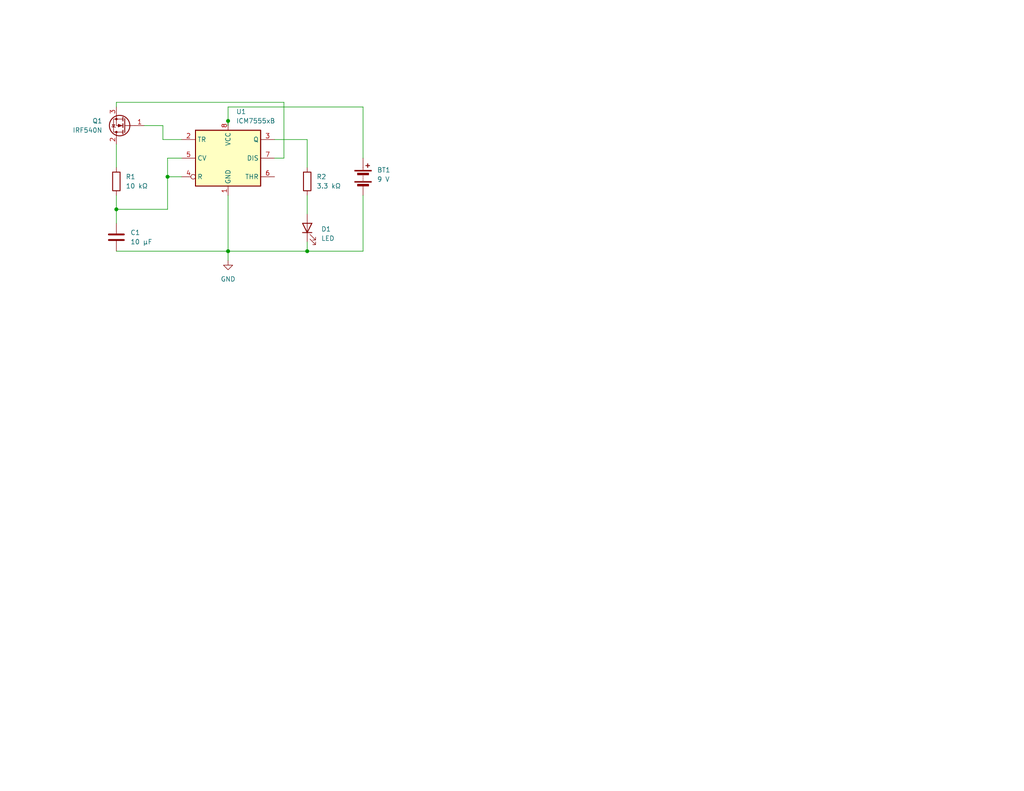
<source format=kicad_sch>
(kicad_sch (version 20230121) (generator eeschema)

  (uuid faea1833-708f-41af-98f4-4de67f419dbb)

  (paper "A")

  (title_block
    (title "Project HEART - Astable Oscillator")
    (rev "01")
    (company "Physics 173 Laboratory")
    (comment 1 "Member 4: Danilo Earl John F. Sison")
    (comment 2 "Member 3: Mary Heart Jillbeth L. Parena")
    (comment 3 "Member 2: Chloe Niña Christine Y. Dela Cruz")
    (comment 4 "Member 1: Marc Andrie M. Bermundo")
  )

  (lib_symbols
    (symbol "Device:Battery" (pin_numbers hide) (pin_names (offset 0) hide) (in_bom yes) (on_board yes)
      (property "Reference" "BT" (at 2.54 2.54 0)
        (effects (font (size 1.27 1.27)) (justify left))
      )
      (property "Value" "Battery" (at 2.54 0 0)
        (effects (font (size 1.27 1.27)) (justify left))
      )
      (property "Footprint" "" (at 0 1.524 90)
        (effects (font (size 1.27 1.27)) hide)
      )
      (property "Datasheet" "~" (at 0 1.524 90)
        (effects (font (size 1.27 1.27)) hide)
      )
      (property "ki_keywords" "batt voltage-source cell" (at 0 0 0)
        (effects (font (size 1.27 1.27)) hide)
      )
      (property "ki_description" "Multiple-cell battery" (at 0 0 0)
        (effects (font (size 1.27 1.27)) hide)
      )
      (symbol "Battery_0_1"
        (rectangle (start -2.286 -1.27) (end 2.286 -1.524)
          (stroke (width 0) (type default))
          (fill (type outline))
        )
        (rectangle (start -2.286 1.778) (end 2.286 1.524)
          (stroke (width 0) (type default))
          (fill (type outline))
        )
        (rectangle (start -1.524 -2.032) (end 1.524 -2.54)
          (stroke (width 0) (type default))
          (fill (type outline))
        )
        (rectangle (start -1.524 1.016) (end 1.524 0.508)
          (stroke (width 0) (type default))
          (fill (type outline))
        )
        (polyline
          (pts
            (xy 0 -1.016)
            (xy 0 -0.762)
          )
          (stroke (width 0) (type default))
          (fill (type none))
        )
        (polyline
          (pts
            (xy 0 -0.508)
            (xy 0 -0.254)
          )
          (stroke (width 0) (type default))
          (fill (type none))
        )
        (polyline
          (pts
            (xy 0 0)
            (xy 0 0.254)
          )
          (stroke (width 0) (type default))
          (fill (type none))
        )
        (polyline
          (pts
            (xy 0 1.778)
            (xy 0 2.54)
          )
          (stroke (width 0) (type default))
          (fill (type none))
        )
        (polyline
          (pts
            (xy 0.762 3.048)
            (xy 1.778 3.048)
          )
          (stroke (width 0.254) (type default))
          (fill (type none))
        )
        (polyline
          (pts
            (xy 1.27 3.556)
            (xy 1.27 2.54)
          )
          (stroke (width 0.254) (type default))
          (fill (type none))
        )
      )
      (symbol "Battery_1_1"
        (pin passive line (at 0 5.08 270) (length 2.54)
          (name "+" (effects (font (size 1.27 1.27))))
          (number "1" (effects (font (size 1.27 1.27))))
        )
        (pin passive line (at 0 -5.08 90) (length 2.54)
          (name "-" (effects (font (size 1.27 1.27))))
          (number "2" (effects (font (size 1.27 1.27))))
        )
      )
    )
    (symbol "Device:C" (pin_numbers hide) (pin_names (offset 0.254)) (in_bom yes) (on_board yes)
      (property "Reference" "C" (at 0.635 2.54 0)
        (effects (font (size 1.27 1.27)) (justify left))
      )
      (property "Value" "C" (at 0.635 -2.54 0)
        (effects (font (size 1.27 1.27)) (justify left))
      )
      (property "Footprint" "" (at 0.9652 -3.81 0)
        (effects (font (size 1.27 1.27)) hide)
      )
      (property "Datasheet" "~" (at 0 0 0)
        (effects (font (size 1.27 1.27)) hide)
      )
      (property "ki_keywords" "cap capacitor" (at 0 0 0)
        (effects (font (size 1.27 1.27)) hide)
      )
      (property "ki_description" "Unpolarized capacitor" (at 0 0 0)
        (effects (font (size 1.27 1.27)) hide)
      )
      (property "ki_fp_filters" "C_*" (at 0 0 0)
        (effects (font (size 1.27 1.27)) hide)
      )
      (symbol "C_0_1"
        (polyline
          (pts
            (xy -2.032 -0.762)
            (xy 2.032 -0.762)
          )
          (stroke (width 0.508) (type default))
          (fill (type none))
        )
        (polyline
          (pts
            (xy -2.032 0.762)
            (xy 2.032 0.762)
          )
          (stroke (width 0.508) (type default))
          (fill (type none))
        )
      )
      (symbol "C_1_1"
        (pin passive line (at 0 3.81 270) (length 2.794)
          (name "~" (effects (font (size 1.27 1.27))))
          (number "1" (effects (font (size 1.27 1.27))))
        )
        (pin passive line (at 0 -3.81 90) (length 2.794)
          (name "~" (effects (font (size 1.27 1.27))))
          (number "2" (effects (font (size 1.27 1.27))))
        )
      )
    )
    (symbol "Device:LED" (pin_numbers hide) (pin_names (offset 1.016) hide) (in_bom yes) (on_board yes)
      (property "Reference" "D" (at 0 2.54 0)
        (effects (font (size 1.27 1.27)))
      )
      (property "Value" "LED" (at 0 -2.54 0)
        (effects (font (size 1.27 1.27)))
      )
      (property "Footprint" "" (at 0 0 0)
        (effects (font (size 1.27 1.27)) hide)
      )
      (property "Datasheet" "~" (at 0 0 0)
        (effects (font (size 1.27 1.27)) hide)
      )
      (property "ki_keywords" "LED diode" (at 0 0 0)
        (effects (font (size 1.27 1.27)) hide)
      )
      (property "ki_description" "Light emitting diode" (at 0 0 0)
        (effects (font (size 1.27 1.27)) hide)
      )
      (property "ki_fp_filters" "LED* LED_SMD:* LED_THT:*" (at 0 0 0)
        (effects (font (size 1.27 1.27)) hide)
      )
      (symbol "LED_0_1"
        (polyline
          (pts
            (xy -1.27 -1.27)
            (xy -1.27 1.27)
          )
          (stroke (width 0.254) (type default))
          (fill (type none))
        )
        (polyline
          (pts
            (xy -1.27 0)
            (xy 1.27 0)
          )
          (stroke (width 0) (type default))
          (fill (type none))
        )
        (polyline
          (pts
            (xy 1.27 -1.27)
            (xy 1.27 1.27)
            (xy -1.27 0)
            (xy 1.27 -1.27)
          )
          (stroke (width 0.254) (type default))
          (fill (type none))
        )
        (polyline
          (pts
            (xy -3.048 -0.762)
            (xy -4.572 -2.286)
            (xy -3.81 -2.286)
            (xy -4.572 -2.286)
            (xy -4.572 -1.524)
          )
          (stroke (width 0) (type default))
          (fill (type none))
        )
        (polyline
          (pts
            (xy -1.778 -0.762)
            (xy -3.302 -2.286)
            (xy -2.54 -2.286)
            (xy -3.302 -2.286)
            (xy -3.302 -1.524)
          )
          (stroke (width 0) (type default))
          (fill (type none))
        )
      )
      (symbol "LED_1_1"
        (pin passive line (at -3.81 0 0) (length 2.54)
          (name "K" (effects (font (size 1.27 1.27))))
          (number "1" (effects (font (size 1.27 1.27))))
        )
        (pin passive line (at 3.81 0 180) (length 2.54)
          (name "A" (effects (font (size 1.27 1.27))))
          (number "2" (effects (font (size 1.27 1.27))))
        )
      )
    )
    (symbol "Device:R" (pin_numbers hide) (pin_names (offset 0)) (in_bom yes) (on_board yes)
      (property "Reference" "R" (at 2.032 0 90)
        (effects (font (size 1.27 1.27)))
      )
      (property "Value" "R" (at 0 0 90)
        (effects (font (size 1.27 1.27)))
      )
      (property "Footprint" "" (at -1.778 0 90)
        (effects (font (size 1.27 1.27)) hide)
      )
      (property "Datasheet" "~" (at 0 0 0)
        (effects (font (size 1.27 1.27)) hide)
      )
      (property "ki_keywords" "R res resistor" (at 0 0 0)
        (effects (font (size 1.27 1.27)) hide)
      )
      (property "ki_description" "Resistor" (at 0 0 0)
        (effects (font (size 1.27 1.27)) hide)
      )
      (property "ki_fp_filters" "R_*" (at 0 0 0)
        (effects (font (size 1.27 1.27)) hide)
      )
      (symbol "R_0_1"
        (rectangle (start -1.016 -2.54) (end 1.016 2.54)
          (stroke (width 0.254) (type default))
          (fill (type none))
        )
      )
      (symbol "R_1_1"
        (pin passive line (at 0 3.81 270) (length 1.27)
          (name "~" (effects (font (size 1.27 1.27))))
          (number "1" (effects (font (size 1.27 1.27))))
        )
        (pin passive line (at 0 -3.81 90) (length 1.27)
          (name "~" (effects (font (size 1.27 1.27))))
          (number "2" (effects (font (size 1.27 1.27))))
        )
      )
    )
    (symbol "Timer:ICM7555xB" (in_bom yes) (on_board yes)
      (property "Reference" "U" (at -10.16 8.89 0)
        (effects (font (size 1.27 1.27)) (justify left))
      )
      (property "Value" "ICM7555xB" (at 2.54 8.89 0)
        (effects (font (size 1.27 1.27)) (justify left))
      )
      (property "Footprint" "Package_SO:SOIC-8_3.9x4.9mm_P1.27mm" (at 21.59 -10.16 0)
        (effects (font (size 1.27 1.27)) hide)
      )
      (property "Datasheet" "http://www.intersil.com/content/dam/Intersil/documents/icm7/icm7555-56.pdf" (at 21.59 -10.16 0)
        (effects (font (size 1.27 1.27)) hide)
      )
      (property "ki_keywords" "single timer 555" (at 0 0 0)
        (effects (font (size 1.27 1.27)) hide)
      )
      (property "ki_description" "CMOS General Purpose Timer, 555 compatible, SOIC-8" (at 0 0 0)
        (effects (font (size 1.27 1.27)) hide)
      )
      (property "ki_fp_filters" "SOIC*3.9x4.9mm*P1.27mm*" (at 0 0 0)
        (effects (font (size 1.27 1.27)) hide)
      )
      (symbol "ICM7555xB_0_0"
        (pin power_in line (at 0 -10.16 90) (length 2.54)
          (name "GND" (effects (font (size 1.27 1.27))))
          (number "1" (effects (font (size 1.27 1.27))))
        )
        (pin power_in line (at 0 10.16 270) (length 2.54)
          (name "VCC" (effects (font (size 1.27 1.27))))
          (number "8" (effects (font (size 1.27 1.27))))
        )
      )
      (symbol "ICM7555xB_0_1"
        (rectangle (start -8.89 -7.62) (end 8.89 7.62)
          (stroke (width 0.254) (type default))
          (fill (type background))
        )
        (rectangle (start -8.89 -7.62) (end 8.89 7.62)
          (stroke (width 0.254) (type default))
          (fill (type background))
        )
      )
      (symbol "ICM7555xB_1_1"
        (pin input line (at -12.7 5.08 0) (length 3.81)
          (name "TR" (effects (font (size 1.27 1.27))))
          (number "2" (effects (font (size 1.27 1.27))))
        )
        (pin output line (at 12.7 5.08 180) (length 3.81)
          (name "Q" (effects (font (size 1.27 1.27))))
          (number "3" (effects (font (size 1.27 1.27))))
        )
        (pin input inverted (at -12.7 -5.08 0) (length 3.81)
          (name "R" (effects (font (size 1.27 1.27))))
          (number "4" (effects (font (size 1.27 1.27))))
        )
        (pin input line (at -12.7 0 0) (length 3.81)
          (name "CV" (effects (font (size 1.27 1.27))))
          (number "5" (effects (font (size 1.27 1.27))))
        )
        (pin input line (at 12.7 -5.08 180) (length 3.81)
          (name "THR" (effects (font (size 1.27 1.27))))
          (number "6" (effects (font (size 1.27 1.27))))
        )
        (pin input line (at 12.7 0 180) (length 3.81)
          (name "DIS" (effects (font (size 1.27 1.27))))
          (number "7" (effects (font (size 1.27 1.27))))
        )
      )
    )
    (symbol "Transistor_FET:IRF540N" (pin_names hide) (in_bom yes) (on_board yes)
      (property "Reference" "Q" (at 6.35 1.905 0)
        (effects (font (size 1.27 1.27)) (justify left))
      )
      (property "Value" "IRF540N" (at 6.35 0 0)
        (effects (font (size 1.27 1.27)) (justify left))
      )
      (property "Footprint" "Package_TO_SOT_THT:TO-220-3_Vertical" (at 6.35 -1.905 0)
        (effects (font (size 1.27 1.27) italic) (justify left) hide)
      )
      (property "Datasheet" "http://www.irf.com/product-info/datasheets/data/irf540n.pdf" (at 0 0 0)
        (effects (font (size 1.27 1.27)) (justify left) hide)
      )
      (property "ki_keywords" "HEXFET N-Channel MOSFET" (at 0 0 0)
        (effects (font (size 1.27 1.27)) hide)
      )
      (property "ki_description" "33A Id, 100V Vds, HEXFET N-Channel MOSFET, TO-220" (at 0 0 0)
        (effects (font (size 1.27 1.27)) hide)
      )
      (property "ki_fp_filters" "TO?220*" (at 0 0 0)
        (effects (font (size 1.27 1.27)) hide)
      )
      (symbol "IRF540N_0_1"
        (polyline
          (pts
            (xy 0.254 0)
            (xy -2.54 0)
          )
          (stroke (width 0) (type default))
          (fill (type none))
        )
        (polyline
          (pts
            (xy 0.254 1.905)
            (xy 0.254 -1.905)
          )
          (stroke (width 0.254) (type default))
          (fill (type none))
        )
        (polyline
          (pts
            (xy 0.762 -1.27)
            (xy 0.762 -2.286)
          )
          (stroke (width 0.254) (type default))
          (fill (type none))
        )
        (polyline
          (pts
            (xy 0.762 0.508)
            (xy 0.762 -0.508)
          )
          (stroke (width 0.254) (type default))
          (fill (type none))
        )
        (polyline
          (pts
            (xy 0.762 2.286)
            (xy 0.762 1.27)
          )
          (stroke (width 0.254) (type default))
          (fill (type none))
        )
        (polyline
          (pts
            (xy 2.54 2.54)
            (xy 2.54 1.778)
          )
          (stroke (width 0) (type default))
          (fill (type none))
        )
        (polyline
          (pts
            (xy 2.54 -2.54)
            (xy 2.54 0)
            (xy 0.762 0)
          )
          (stroke (width 0) (type default))
          (fill (type none))
        )
        (polyline
          (pts
            (xy 0.762 -1.778)
            (xy 3.302 -1.778)
            (xy 3.302 1.778)
            (xy 0.762 1.778)
          )
          (stroke (width 0) (type default))
          (fill (type none))
        )
        (polyline
          (pts
            (xy 1.016 0)
            (xy 2.032 0.381)
            (xy 2.032 -0.381)
            (xy 1.016 0)
          )
          (stroke (width 0) (type default))
          (fill (type outline))
        )
        (polyline
          (pts
            (xy 2.794 0.508)
            (xy 2.921 0.381)
            (xy 3.683 0.381)
            (xy 3.81 0.254)
          )
          (stroke (width 0) (type default))
          (fill (type none))
        )
        (polyline
          (pts
            (xy 3.302 0.381)
            (xy 2.921 -0.254)
            (xy 3.683 -0.254)
            (xy 3.302 0.381)
          )
          (stroke (width 0) (type default))
          (fill (type none))
        )
        (circle (center 1.651 0) (radius 2.794)
          (stroke (width 0.254) (type default))
          (fill (type none))
        )
        (circle (center 2.54 -1.778) (radius 0.254)
          (stroke (width 0) (type default))
          (fill (type outline))
        )
        (circle (center 2.54 1.778) (radius 0.254)
          (stroke (width 0) (type default))
          (fill (type outline))
        )
      )
      (symbol "IRF540N_1_1"
        (pin input line (at -5.08 0 0) (length 2.54)
          (name "G" (effects (font (size 1.27 1.27))))
          (number "1" (effects (font (size 1.27 1.27))))
        )
        (pin passive line (at 2.54 5.08 270) (length 2.54)
          (name "D" (effects (font (size 1.27 1.27))))
          (number "2" (effects (font (size 1.27 1.27))))
        )
        (pin passive line (at 2.54 -5.08 90) (length 2.54)
          (name "S" (effects (font (size 1.27 1.27))))
          (number "3" (effects (font (size 1.27 1.27))))
        )
      )
    )
    (symbol "power:GND" (power) (pin_names (offset 0)) (in_bom yes) (on_board yes)
      (property "Reference" "#PWR" (at 0 -6.35 0)
        (effects (font (size 1.27 1.27)) hide)
      )
      (property "Value" "GND" (at 0 -3.81 0)
        (effects (font (size 1.27 1.27)))
      )
      (property "Footprint" "" (at 0 0 0)
        (effects (font (size 1.27 1.27)) hide)
      )
      (property "Datasheet" "" (at 0 0 0)
        (effects (font (size 1.27 1.27)) hide)
      )
      (property "ki_keywords" "global power" (at 0 0 0)
        (effects (font (size 1.27 1.27)) hide)
      )
      (property "ki_description" "Power symbol creates a global label with name \"GND\" , ground" (at 0 0 0)
        (effects (font (size 1.27 1.27)) hide)
      )
      (symbol "GND_0_1"
        (polyline
          (pts
            (xy 0 0)
            (xy 0 -1.27)
            (xy 1.27 -1.27)
            (xy 0 -2.54)
            (xy -1.27 -1.27)
            (xy 0 -1.27)
          )
          (stroke (width 0) (type default))
          (fill (type none))
        )
      )
      (symbol "GND_1_1"
        (pin power_in line (at 0 0 270) (length 0) hide
          (name "GND" (effects (font (size 1.27 1.27))))
          (number "1" (effects (font (size 1.27 1.27))))
        )
      )
    )
  )

  (junction (at 31.75 57.15) (diameter 0) (color 0 0 0 0)
    (uuid 180e66b5-1331-4ae5-9118-3f1dbf0a0c65)
  )
  (junction (at 62.23 33.02) (diameter 0) (color 0 0 0 0)
    (uuid 46b343e5-da07-4a88-b67b-2ac23f8dac8e)
  )
  (junction (at 83.82 68.58) (diameter 0) (color 0 0 0 0)
    (uuid a5157519-2c19-4cec-b264-8c62e63890d3)
  )
  (junction (at 45.72 48.26) (diameter 0) (color 0 0 0 0)
    (uuid b24b7f95-b340-42fb-9276-ea3ec4946fb6)
  )
  (junction (at 62.23 68.58) (diameter 0) (color 0 0 0 0)
    (uuid b7d5f459-02e4-4d54-b97a-fc556751f0c4)
  )

  (wire (pts (xy 62.23 53.34) (xy 62.23 68.58))
    (stroke (width 0) (type default))
    (uuid 024243da-b522-4829-a10f-51542c19574b)
  )
  (wire (pts (xy 31.75 27.94) (xy 77.47 27.94))
    (stroke (width 0) (type default))
    (uuid 21389b41-ea5d-4cc6-b5fb-e5ee2a4f5012)
  )
  (wire (pts (xy 77.47 27.94) (xy 77.47 43.18))
    (stroke (width 0) (type default))
    (uuid 25309e3e-ab6b-47fe-b608-a018700dd9cc)
  )
  (wire (pts (xy 83.82 68.58) (xy 99.06 68.58))
    (stroke (width 0) (type default))
    (uuid 3595f9fc-9237-4f30-9e7f-7e9e456933db)
  )
  (wire (pts (xy 62.23 33.02) (xy 62.23 34.29))
    (stroke (width 0) (type default))
    (uuid 35cbdbeb-7e48-4921-b8db-7c0ae98828d5)
  )
  (wire (pts (xy 31.75 53.34) (xy 31.75 57.15))
    (stroke (width 0) (type default))
    (uuid 3f01dde0-0f7f-413f-91b9-530b48f21dc6)
  )
  (wire (pts (xy 83.82 66.04) (xy 83.82 68.58))
    (stroke (width 0) (type default))
    (uuid 3f869031-37ee-4ba2-9640-43114e6ccded)
  )
  (wire (pts (xy 45.72 48.26) (xy 45.72 57.15))
    (stroke (width 0) (type default))
    (uuid 43e9886a-4944-41d9-b13e-d72538031492)
  )
  (wire (pts (xy 49.53 43.18) (xy 45.72 43.18))
    (stroke (width 0) (type default))
    (uuid 488045f9-ddb0-40c6-8ce2-a5fa55f7158c)
  )
  (wire (pts (xy 62.23 29.21) (xy 62.23 33.02))
    (stroke (width 0) (type default))
    (uuid 4baeae18-352b-4a79-aef9-f54418ee970a)
  )
  (wire (pts (xy 31.75 57.15) (xy 31.75 60.96))
    (stroke (width 0) (type default))
    (uuid 4c6bbe3b-bbc1-41a6-825e-0c8b450c7d52)
  )
  (wire (pts (xy 44.45 38.1) (xy 49.53 38.1))
    (stroke (width 0) (type default))
    (uuid 4cd9eb5a-ad32-4825-8d4c-afdb2e6e5ba4)
  )
  (wire (pts (xy 44.45 34.29) (xy 44.45 38.1))
    (stroke (width 0) (type default))
    (uuid 4f691b2c-9245-423d-9f1f-833b9ab77def)
  )
  (wire (pts (xy 62.23 68.58) (xy 62.23 71.12))
    (stroke (width 0) (type default))
    (uuid 5168f9cd-b159-48a1-b4a6-9eb5c03c0d53)
  )
  (wire (pts (xy 99.06 53.34) (xy 99.06 68.58))
    (stroke (width 0) (type default))
    (uuid 57e23d14-6d94-41a4-b901-2c4db4120fb4)
  )
  (wire (pts (xy 45.72 43.18) (xy 45.72 48.26))
    (stroke (width 0) (type default))
    (uuid 5ef506eb-e8f8-49a7-a336-e23afcb433a4)
  )
  (wire (pts (xy 74.93 38.1) (xy 83.82 38.1))
    (stroke (width 0) (type default))
    (uuid 790ed8ec-90dd-4ae2-86f1-d5df7c0af2ad)
  )
  (wire (pts (xy 99.06 29.21) (xy 62.23 29.21))
    (stroke (width 0) (type default))
    (uuid 7ccadc42-e54c-42c3-ae3b-406c6d5c85b4)
  )
  (wire (pts (xy 31.75 57.15) (xy 45.72 57.15))
    (stroke (width 0) (type default))
    (uuid 855bc56a-c0c7-47dd-8700-5c04fb1fd1e9)
  )
  (wire (pts (xy 39.37 34.29) (xy 44.45 34.29))
    (stroke (width 0) (type default))
    (uuid 8570afa5-ea2e-462b-8377-3c9f54598044)
  )
  (wire (pts (xy 83.82 45.72) (xy 83.82 38.1))
    (stroke (width 0) (type default))
    (uuid 98457c8b-b00b-4edd-add5-b0d456c0c91e)
  )
  (wire (pts (xy 83.82 53.34) (xy 83.82 58.42))
    (stroke (width 0) (type default))
    (uuid b3df5ad5-6568-4070-b673-95452acad573)
  )
  (wire (pts (xy 62.23 68.58) (xy 83.82 68.58))
    (stroke (width 0) (type default))
    (uuid b74f2c5e-83cd-4733-9caf-d798ae4b4c4c)
  )
  (wire (pts (xy 45.72 48.26) (xy 49.53 48.26))
    (stroke (width 0) (type default))
    (uuid b9d93eee-3673-4278-bdbc-9cb7bfcecf45)
  )
  (wire (pts (xy 77.47 43.18) (xy 74.93 43.18))
    (stroke (width 0) (type default))
    (uuid baa040ab-3cc1-4e88-bf1d-c6fe5512ac0a)
  )
  (wire (pts (xy 99.06 43.18) (xy 99.06 29.21))
    (stroke (width 0) (type default))
    (uuid c13b696b-a365-4c09-b50b-6037bce8d655)
  )
  (wire (pts (xy 31.75 68.58) (xy 62.23 68.58))
    (stroke (width 0) (type default))
    (uuid d0256ac0-546d-4269-b95b-924cccd72784)
  )
  (wire (pts (xy 31.75 29.21) (xy 31.75 27.94))
    (stroke (width 0) (type default))
    (uuid f7447d33-906d-41c8-9017-3958e326e0a5)
  )
  (wire (pts (xy 31.75 39.37) (xy 31.75 45.72))
    (stroke (width 0) (type default))
    (uuid f8acc799-6c9e-44a0-a9e5-edc39be5e28e)
  )

  (symbol (lib_id "Transistor_FET:IRF540N") (at 34.29 34.29 180) (unit 1)
    (in_bom yes) (on_board yes) (dnp no) (fields_autoplaced)
    (uuid 03db9eff-47fb-47ca-bca7-02453dfa1917)
    (property "Reference" "Q1" (at 27.94 33.02 0)
      (effects (font (size 1.27 1.27)) (justify left))
    )
    (property "Value" "IRF540N" (at 27.94 35.56 0)
      (effects (font (size 1.27 1.27)) (justify left))
    )
    (property "Footprint" "Package_TO_SOT_THT:TO-220-3_Vertical" (at 27.94 32.385 0)
      (effects (font (size 1.27 1.27) italic) (justify left) hide)
    )
    (property "Datasheet" "http://www.irf.com/product-info/datasheets/data/irf540n.pdf" (at 34.29 34.29 0)
      (effects (font (size 1.27 1.27)) (justify left) hide)
    )
    (pin "1" (uuid e5ab404d-2aa0-456d-b738-dc9641671ceb))
    (pin "2" (uuid 743a44b8-b155-4396-b332-0b5dd6ebcd94))
    (pin "3" (uuid 8cf53527-d550-4844-889b-262c29676b9d))
    (instances
      (project "Astable Oscillator HEART LED"
        (path "/faea1833-708f-41af-98f4-4de67f419dbb"
          (reference "Q1") (unit 1)
        )
      )
    )
  )

  (symbol (lib_id "Device:R") (at 31.75 49.53 0) (unit 1)
    (in_bom yes) (on_board yes) (dnp no) (fields_autoplaced)
    (uuid 4d5efaf5-b9b5-40dc-a6cb-d0877b256719)
    (property "Reference" "R1" (at 34.29 48.26 0)
      (effects (font (size 1.27 1.27)) (justify left))
    )
    (property "Value" "10 kΩ" (at 34.29 50.8 0)
      (effects (font (size 1.27 1.27)) (justify left))
    )
    (property "Footprint" "" (at 29.972 49.53 90)
      (effects (font (size 1.27 1.27)) hide)
    )
    (property "Datasheet" "~" (at 31.75 49.53 0)
      (effects (font (size 1.27 1.27)) hide)
    )
    (pin "1" (uuid 8dc91c33-3285-4e3e-a6f7-368bf95806db))
    (pin "2" (uuid 8436fa3d-ae7b-4fe9-8a41-8a70e6adcecb))
    (instances
      (project "Astable Oscillator HEART LED"
        (path "/faea1833-708f-41af-98f4-4de67f419dbb"
          (reference "R1") (unit 1)
        )
      )
    )
  )

  (symbol (lib_id "Device:LED") (at 83.82 62.23 90) (unit 1)
    (in_bom yes) (on_board yes) (dnp no) (fields_autoplaced)
    (uuid 67f99768-46c6-4dec-8c65-4d2530c69481)
    (property "Reference" "D1" (at 87.63 62.5475 90)
      (effects (font (size 1.27 1.27)) (justify right))
    )
    (property "Value" "LED" (at 87.63 65.0875 90)
      (effects (font (size 1.27 1.27)) (justify right))
    )
    (property "Footprint" "" (at 83.82 62.23 0)
      (effects (font (size 1.27 1.27)) hide)
    )
    (property "Datasheet" "~" (at 83.82 62.23 0)
      (effects (font (size 1.27 1.27)) hide)
    )
    (pin "1" (uuid a1f6d80d-2528-4b94-b800-36f719091158))
    (pin "2" (uuid d13434e6-c50c-4cb5-8125-d6c80924af45))
    (instances
      (project "Astable Oscillator HEART LED"
        (path "/faea1833-708f-41af-98f4-4de67f419dbb"
          (reference "D1") (unit 1)
        )
      )
    )
  )

  (symbol (lib_id "Device:Battery") (at 99.06 48.26 0) (unit 1)
    (in_bom yes) (on_board yes) (dnp no) (fields_autoplaced)
    (uuid 88873b4e-2f42-47f8-9dd2-46436f5a269f)
    (property "Reference" "BT1" (at 102.87 46.4185 0)
      (effects (font (size 1.27 1.27)) (justify left))
    )
    (property "Value" "9 V" (at 102.87 48.9585 0)
      (effects (font (size 1.27 1.27)) (justify left))
    )
    (property "Footprint" "" (at 99.06 46.736 90)
      (effects (font (size 1.27 1.27)) hide)
    )
    (property "Datasheet" "~" (at 99.06 46.736 90)
      (effects (font (size 1.27 1.27)) hide)
    )
    (pin "1" (uuid e923f2c2-b1fe-4e2e-96fc-20a470a3a9fd))
    (pin "2" (uuid 90aabe8f-e888-4dc3-874a-7790ffad3a62))
    (instances
      (project "Astable Oscillator HEART LED"
        (path "/faea1833-708f-41af-98f4-4de67f419dbb"
          (reference "BT1") (unit 1)
        )
      )
    )
  )

  (symbol (lib_id "Device:R") (at 83.82 49.53 0) (unit 1)
    (in_bom yes) (on_board yes) (dnp no) (fields_autoplaced)
    (uuid bccef104-9be3-471b-8a3e-15895ba6edfe)
    (property "Reference" "R2" (at 86.36 48.26 0)
      (effects (font (size 1.27 1.27)) (justify left))
    )
    (property "Value" "3.3 kΩ" (at 86.36 50.8 0)
      (effects (font (size 1.27 1.27)) (justify left))
    )
    (property "Footprint" "" (at 82.042 49.53 90)
      (effects (font (size 1.27 1.27)) hide)
    )
    (property "Datasheet" "~" (at 83.82 49.53 0)
      (effects (font (size 1.27 1.27)) hide)
    )
    (pin "1" (uuid 27c0efd8-5a14-46db-9c49-4467b61e6a43))
    (pin "2" (uuid 390329d9-58fa-432c-864e-8b2eab811745))
    (instances
      (project "Astable Oscillator HEART LED"
        (path "/faea1833-708f-41af-98f4-4de67f419dbb"
          (reference "R2") (unit 1)
        )
      )
    )
  )

  (symbol (lib_id "power:GND") (at 62.23 71.12 0) (unit 1)
    (in_bom yes) (on_board yes) (dnp no) (fields_autoplaced)
    (uuid cff8b957-b27d-4e1e-b922-a23cf358e685)
    (property "Reference" "#PWR01" (at 62.23 77.47 0)
      (effects (font (size 1.27 1.27)) hide)
    )
    (property "Value" "GND" (at 62.23 76.2 0)
      (effects (font (size 1.27 1.27)))
    )
    (property "Footprint" "" (at 62.23 71.12 0)
      (effects (font (size 1.27 1.27)) hide)
    )
    (property "Datasheet" "" (at 62.23 71.12 0)
      (effects (font (size 1.27 1.27)) hide)
    )
    (pin "1" (uuid 986fb8e5-a603-4495-b4a2-19773c588b62))
    (instances
      (project "Astable Oscillator HEART LED"
        (path "/faea1833-708f-41af-98f4-4de67f419dbb"
          (reference "#PWR01") (unit 1)
        )
      )
    )
  )

  (symbol (lib_id "Timer:ICM7555xB") (at 62.23 43.18 0) (unit 1)
    (in_bom yes) (on_board yes) (dnp no) (fields_autoplaced)
    (uuid d64f62c7-5494-42f0-8854-9c5bc1f3f4ba)
    (property "Reference" "U1" (at 64.4241 30.48 0)
      (effects (font (size 1.27 1.27)) (justify left))
    )
    (property "Value" "ICM7555xB" (at 64.4241 33.02 0)
      (effects (font (size 1.27 1.27)) (justify left))
    )
    (property "Footprint" "Package_SO:SOIC-8_3.9x4.9mm_P1.27mm" (at 83.82 53.34 0)
      (effects (font (size 1.27 1.27)) hide)
    )
    (property "Datasheet" "http://www.intersil.com/content/dam/Intersil/documents/icm7/icm7555-56.pdf" (at 83.82 53.34 0)
      (effects (font (size 1.27 1.27)) hide)
    )
    (pin "1" (uuid bce5b170-1859-441d-a020-9ba8fdb22a6e))
    (pin "8" (uuid 2236ec0d-e64d-4633-a052-ca034d44e579))
    (pin "2" (uuid d705bb1b-c6bc-4373-a0d3-ebbffddba782))
    (pin "3" (uuid 252f1405-26ca-4c48-b185-b42d1a7dc6d8))
    (pin "4" (uuid efc444a8-a560-489a-88ab-56887cc5736e))
    (pin "5" (uuid c22155f0-a018-4bc3-9be6-f016a4fff67e))
    (pin "6" (uuid 05c60639-73d9-4d1a-b9bc-4b58a51c7a25))
    (pin "7" (uuid 96754288-e699-40a8-8c25-0b7d3b1dc9e7))
    (instances
      (project "Astable Oscillator HEART LED"
        (path "/faea1833-708f-41af-98f4-4de67f419dbb"
          (reference "U1") (unit 1)
        )
      )
    )
  )

  (symbol (lib_id "Device:C") (at 31.75 64.77 0) (unit 1)
    (in_bom yes) (on_board yes) (dnp no) (fields_autoplaced)
    (uuid df203612-e8c3-4edd-a7fc-59b5dec6bbeb)
    (property "Reference" "C1" (at 35.56 63.5 0)
      (effects (font (size 1.27 1.27)) (justify left))
    )
    (property "Value" "10 μF" (at 35.56 66.04 0)
      (effects (font (size 1.27 1.27)) (justify left))
    )
    (property "Footprint" "" (at 32.7152 68.58 0)
      (effects (font (size 1.27 1.27)) hide)
    )
    (property "Datasheet" "~" (at 31.75 64.77 0)
      (effects (font (size 1.27 1.27)) hide)
    )
    (pin "1" (uuid ad184c5b-6850-483d-8b1e-5e3549d90bd9))
    (pin "2" (uuid b9b264a0-46e0-4979-b7fc-d8ca789f0a16))
    (instances
      (project "Astable Oscillator HEART LED"
        (path "/faea1833-708f-41af-98f4-4de67f419dbb"
          (reference "C1") (unit 1)
        )
      )
    )
  )

  (sheet_instances
    (path "/" (page "1"))
  )
)

</source>
